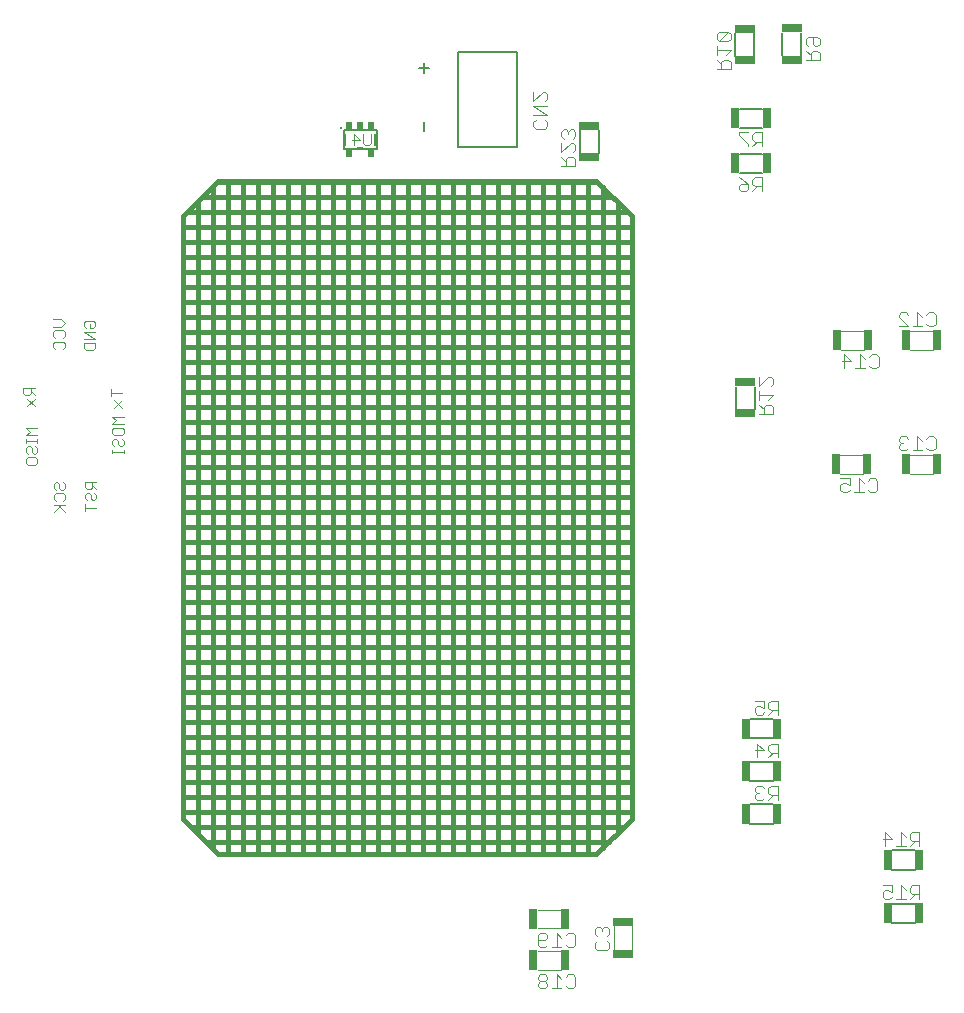
<source format=gbo>
G75*
%MOIN*%
%OFA0B0*%
%FSLAX24Y24*%
%IPPOS*%
%LPD*%
%AMOC8*
5,1,8,0,0,1.08239X$1,22.5*
%
%ADD10C,0.0160*%
%ADD11C,0.0030*%
%ADD12C,0.0040*%
%ADD13R,0.0669X0.0295*%
%ADD14C,0.0060*%
%ADD15R,0.0690X0.0290*%
%ADD16C,0.0080*%
%ADD17C,0.0050*%
%ADD18C,0.0070*%
%ADD19R,0.0197X0.0256*%
%ADD20C,0.0100*%
%ADD21R,0.0290X0.0690*%
%ADD22R,0.0295X0.0669*%
D10*
X006580Y008359D02*
X006580Y029414D01*
X006745Y029580D02*
X020398Y029580D01*
X020580Y029398D02*
X020580Y008375D01*
X020784Y008580D02*
X006359Y008580D01*
X006091Y008847D02*
X006091Y028926D01*
X007272Y030107D01*
X019871Y030107D01*
X021052Y028926D01*
X021052Y008847D01*
X019871Y007666D01*
X007272Y007666D01*
X006091Y008847D01*
X006091Y009080D02*
X021052Y009080D01*
X021052Y009580D02*
X006091Y009580D01*
X006091Y010080D02*
X021052Y010080D01*
X021052Y010580D02*
X006091Y010580D01*
X006091Y011080D02*
X021052Y011080D01*
X021052Y011580D02*
X006091Y011580D01*
X006091Y012080D02*
X021052Y012080D01*
X021052Y012580D02*
X006091Y012580D01*
X006091Y013080D02*
X021052Y013080D01*
X021052Y013580D02*
X006091Y013580D01*
X006091Y014080D02*
X021052Y014080D01*
X021052Y014580D02*
X006091Y014580D01*
X006091Y015080D02*
X021052Y015080D01*
X021052Y015580D02*
X006091Y015580D01*
X006091Y016080D02*
X021052Y016080D01*
X021052Y016580D02*
X006091Y016580D01*
X006091Y017080D02*
X021052Y017080D01*
X021052Y017580D02*
X006091Y017580D01*
X006091Y018080D02*
X021052Y018080D01*
X021052Y018580D02*
X006091Y018580D01*
X006091Y019080D02*
X021052Y019080D01*
X021052Y019580D02*
X006091Y019580D01*
X006091Y020080D02*
X021052Y020080D01*
X021052Y020580D02*
X006091Y020580D01*
X006091Y021080D02*
X021052Y021080D01*
X021052Y021580D02*
X006091Y021580D01*
X006091Y022080D02*
X021052Y022080D01*
X021052Y022580D02*
X006091Y022580D01*
X006091Y023080D02*
X021052Y023080D01*
X021052Y023580D02*
X006091Y023580D01*
X006091Y024080D02*
X021052Y024080D01*
X021052Y024580D02*
X006091Y024580D01*
X006091Y025080D02*
X021052Y025080D01*
X021052Y025580D02*
X006091Y025580D01*
X006091Y026080D02*
X021052Y026080D01*
X021052Y026580D02*
X006091Y026580D01*
X006091Y027080D02*
X021052Y027080D01*
X021052Y027580D02*
X006091Y027580D01*
X006091Y028080D02*
X021052Y028080D01*
X021052Y028580D02*
X006091Y028580D01*
X006245Y029080D02*
X020898Y029080D01*
X020080Y029898D02*
X020080Y007875D01*
X020284Y008080D02*
X006859Y008080D01*
X007080Y007859D02*
X007080Y029914D01*
X007245Y030080D02*
X019898Y030080D01*
X019580Y030107D02*
X019580Y007666D01*
X019080Y007666D02*
X019080Y030107D01*
X018580Y030107D02*
X018580Y007666D01*
X018080Y007666D02*
X018080Y030107D01*
X017580Y030107D02*
X017580Y007666D01*
X017080Y007666D02*
X017080Y030107D01*
X016580Y030107D02*
X016580Y007666D01*
X016080Y007666D02*
X016080Y030107D01*
X015580Y030107D02*
X015580Y007666D01*
X015080Y007666D02*
X015080Y030107D01*
X014580Y030107D02*
X014580Y007666D01*
X014080Y007666D02*
X014080Y030107D01*
X013580Y030107D02*
X013580Y007666D01*
X013080Y007666D02*
X013080Y030107D01*
X012580Y030107D02*
X012580Y007666D01*
X012080Y007666D02*
X012080Y030107D01*
X011580Y030107D02*
X011580Y007666D01*
X011080Y007666D02*
X011080Y030107D01*
X010580Y030107D02*
X010580Y007666D01*
X010080Y007666D02*
X010080Y030107D01*
X009580Y030107D02*
X009580Y007666D01*
X009080Y007666D02*
X009080Y030107D01*
X008580Y030107D02*
X008580Y007666D01*
X008080Y007666D02*
X008080Y030107D01*
X007580Y030107D02*
X007580Y007666D01*
D11*
X003196Y019216D02*
X002826Y019216D01*
X002826Y019339D02*
X002826Y019093D01*
X002887Y019461D02*
X002826Y019523D01*
X002826Y019646D01*
X002887Y019708D01*
X002949Y019708D01*
X003011Y019646D01*
X003011Y019523D01*
X003073Y019461D01*
X003134Y019461D01*
X003196Y019523D01*
X003196Y019646D01*
X003134Y019708D01*
X003196Y019829D02*
X003073Y019953D01*
X003073Y019891D02*
X003073Y020076D01*
X003196Y020076D02*
X002826Y020076D01*
X002826Y019891D01*
X002887Y019829D01*
X003011Y019829D01*
X003073Y019891D01*
X003739Y021022D02*
X003739Y021146D01*
X003739Y021084D02*
X004109Y021084D01*
X004109Y021146D02*
X004109Y021022D01*
X004048Y021267D02*
X004109Y021329D01*
X004109Y021452D01*
X004048Y021514D01*
X004048Y021636D02*
X003801Y021636D01*
X003739Y021697D01*
X003739Y021821D01*
X003801Y021882D01*
X004048Y021882D01*
X004109Y021821D01*
X004109Y021697D01*
X004048Y021636D01*
X003924Y021452D02*
X003924Y021329D01*
X003986Y021267D01*
X004048Y021267D01*
X003924Y021452D02*
X003863Y021514D01*
X003801Y021514D01*
X003739Y021452D01*
X003739Y021329D01*
X003801Y021267D01*
X003739Y022004D02*
X004109Y022004D01*
X004109Y022251D02*
X003739Y022251D01*
X003863Y022127D01*
X003739Y022004D01*
X003801Y022552D02*
X004048Y022799D01*
X004048Y023044D02*
X003678Y023044D01*
X003678Y023167D02*
X003678Y022921D01*
X003801Y022799D02*
X004048Y022552D01*
X003108Y024464D02*
X002861Y024464D01*
X002799Y024526D01*
X002799Y024711D01*
X003169Y024711D01*
X003169Y024526D01*
X003108Y024464D01*
X003169Y024833D02*
X002799Y024833D01*
X002799Y025079D02*
X003169Y024833D01*
X003169Y025079D02*
X002799Y025079D01*
X002861Y025201D02*
X002799Y025263D01*
X002799Y025386D01*
X002861Y025448D01*
X003108Y025448D01*
X003169Y025386D01*
X003169Y025263D01*
X003108Y025201D01*
X002984Y025201D01*
X002984Y025324D01*
X002142Y025364D02*
X002019Y025240D01*
X001772Y025240D01*
X001834Y025119D02*
X002081Y025119D01*
X002142Y025057D01*
X002142Y024934D01*
X002081Y024872D01*
X002081Y024750D02*
X002142Y024689D01*
X002142Y024565D01*
X002081Y024504D01*
X002081Y024750D02*
X001834Y024750D01*
X001772Y024689D01*
X001772Y024565D01*
X001834Y024504D01*
X001834Y024872D02*
X001772Y024934D01*
X001772Y025057D01*
X001834Y025119D01*
X001772Y025487D02*
X002019Y025487D01*
X002142Y025364D01*
X001142Y023216D02*
X000772Y023216D01*
X000772Y023031D01*
X000834Y022969D01*
X000957Y022969D01*
X001019Y023031D01*
X001019Y023216D01*
X001019Y023093D02*
X001142Y022969D01*
X001142Y022848D02*
X000896Y022601D01*
X001142Y022601D02*
X000896Y022848D01*
X000865Y021870D02*
X000989Y021746D01*
X000865Y021623D01*
X001235Y021623D01*
X001235Y021501D02*
X001235Y021378D01*
X001235Y021440D02*
X000865Y021440D01*
X000865Y021501D02*
X000865Y021378D01*
X000927Y021256D02*
X000989Y021256D01*
X001050Y021194D01*
X001050Y021071D01*
X001112Y021009D01*
X001174Y021009D01*
X001235Y021071D01*
X001235Y021194D01*
X001174Y021256D01*
X000927Y021256D02*
X000865Y021194D01*
X000865Y021071D01*
X000927Y021009D01*
X000927Y020888D02*
X001174Y020888D01*
X001235Y020826D01*
X001235Y020702D01*
X001174Y020641D01*
X000927Y020641D01*
X000865Y020702D01*
X000865Y020826D01*
X000927Y020888D01*
X000865Y021870D02*
X001235Y021870D01*
X001845Y020054D02*
X001907Y020054D01*
X001968Y019992D01*
X001968Y019869D01*
X002030Y019807D01*
X002092Y019807D01*
X002154Y019869D01*
X002154Y019992D01*
X002092Y020054D01*
X001845Y020054D02*
X001783Y019992D01*
X001783Y019869D01*
X001845Y019807D01*
X001845Y019686D02*
X002092Y019686D01*
X002154Y019624D01*
X002154Y019501D01*
X002092Y019439D01*
X002154Y019317D02*
X001783Y019317D01*
X001845Y019439D02*
X001783Y019501D01*
X001783Y019624D01*
X001845Y019686D01*
X002030Y019317D02*
X001783Y019071D01*
X001968Y019256D02*
X002154Y019071D01*
X011797Y031300D02*
X011797Y031670D01*
X011982Y031485D01*
X011735Y031485D01*
X012103Y031362D02*
X012103Y031670D01*
X012350Y031670D02*
X012350Y031362D01*
X012288Y031300D01*
X012165Y031300D01*
X012103Y031362D01*
D12*
X017769Y031920D02*
X017769Y032074D01*
X017846Y032151D01*
X017769Y032304D02*
X018229Y032304D01*
X017769Y032611D01*
X018229Y032611D01*
X018152Y032764D02*
X018229Y032841D01*
X018229Y032995D01*
X018152Y033071D01*
X018076Y033071D01*
X017769Y032764D01*
X017769Y033071D01*
X018152Y032151D02*
X018229Y032074D01*
X018229Y031920D01*
X018152Y031844D01*
X017846Y031844D01*
X017769Y031920D01*
X018705Y031746D02*
X018705Y031593D01*
X018781Y031516D01*
X018705Y031362D02*
X018705Y031056D01*
X019012Y031362D01*
X019088Y031362D01*
X019165Y031286D01*
X019165Y031132D01*
X019088Y031056D01*
X019088Y030902D02*
X018935Y030902D01*
X018858Y030825D01*
X018858Y030595D01*
X018705Y030595D02*
X019165Y030595D01*
X019165Y030825D01*
X019088Y030902D01*
X018858Y030749D02*
X018705Y030902D01*
X019088Y031516D02*
X019165Y031593D01*
X019165Y031746D01*
X019088Y031823D01*
X019012Y031823D01*
X018935Y031746D01*
X018858Y031823D01*
X018781Y031823D01*
X018705Y031746D01*
X018935Y031746D02*
X018935Y031669D01*
X023882Y033839D02*
X024342Y033839D01*
X024342Y034069D01*
X024265Y034146D01*
X024112Y034146D01*
X024035Y034069D01*
X024035Y033839D01*
X024035Y033993D02*
X023882Y034146D01*
X023882Y034300D02*
X023882Y034607D01*
X023882Y034453D02*
X024342Y034453D01*
X024189Y034300D01*
X024265Y034760D02*
X023959Y034760D01*
X024265Y035067D01*
X023959Y035067D01*
X023882Y034990D01*
X023882Y034837D01*
X023959Y034760D01*
X024265Y034760D02*
X024342Y034837D01*
X024342Y034990D01*
X024265Y035067D01*
X026857Y034827D02*
X026933Y034903D01*
X027240Y034903D01*
X027317Y034827D01*
X027317Y034673D01*
X027240Y034597D01*
X027164Y034597D01*
X027087Y034673D01*
X027087Y034903D01*
X026857Y034827D02*
X026857Y034673D01*
X026933Y034597D01*
X026857Y034443D02*
X027010Y034290D01*
X027010Y034366D02*
X027010Y034136D01*
X026857Y034136D02*
X027317Y034136D01*
X027317Y034366D01*
X027240Y034443D01*
X027087Y034443D01*
X027010Y034366D01*
X025379Y031724D02*
X025149Y031724D01*
X025072Y031647D01*
X025072Y031494D01*
X025149Y031417D01*
X025379Y031417D01*
X025379Y031264D02*
X025379Y031724D01*
X025226Y031417D02*
X025072Y031264D01*
X024919Y031264D02*
X024919Y031340D01*
X024612Y031647D01*
X024612Y031724D01*
X024919Y031724D01*
X025149Y030228D02*
X025072Y030151D01*
X025072Y029998D01*
X025149Y029921D01*
X025379Y029921D01*
X025226Y029921D02*
X025072Y029768D01*
X024919Y029844D02*
X024919Y029998D01*
X024689Y029998D01*
X024612Y029921D01*
X024612Y029844D01*
X024689Y029768D01*
X024842Y029768D01*
X024919Y029844D01*
X024919Y029998D02*
X024765Y030151D01*
X024612Y030228D01*
X025149Y030228D02*
X025379Y030228D01*
X025379Y029768D01*
X028034Y025102D02*
X028794Y025102D01*
X028794Y024482D02*
X028034Y024482D01*
X028124Y024323D02*
X028355Y024092D01*
X028048Y024092D01*
X028124Y023862D02*
X028124Y024323D01*
X028661Y024323D02*
X028661Y023862D01*
X028508Y023862D02*
X028815Y023862D01*
X028968Y023939D02*
X029045Y023862D01*
X029199Y023862D01*
X029275Y023939D01*
X029275Y024246D01*
X029199Y024323D01*
X029045Y024323D01*
X028968Y024246D01*
X028815Y024169D02*
X028661Y024323D01*
X029950Y025262D02*
X030257Y025262D01*
X029950Y025569D01*
X029950Y025646D01*
X030027Y025723D01*
X030180Y025723D01*
X030257Y025646D01*
X030564Y025723D02*
X030564Y025262D01*
X030717Y025262D02*
X030410Y025262D01*
X030318Y025102D02*
X031078Y025102D01*
X031101Y025262D02*
X030947Y025262D01*
X030871Y025339D01*
X031101Y025262D02*
X031178Y025339D01*
X031178Y025646D01*
X031101Y025723D01*
X030947Y025723D01*
X030871Y025646D01*
X030717Y025569D02*
X030564Y025723D01*
X030318Y024482D02*
X031078Y024482D01*
X031101Y021589D02*
X031178Y021512D01*
X031178Y021205D01*
X031101Y021128D01*
X030947Y021128D01*
X030871Y021205D01*
X030717Y021128D02*
X030410Y021128D01*
X030564Y021128D02*
X030564Y021589D01*
X030717Y021435D01*
X030871Y021512D02*
X030947Y021589D01*
X031101Y021589D01*
X031078Y020968D02*
X030318Y020968D01*
X030180Y021128D02*
X030257Y021205D01*
X030180Y021128D02*
X030027Y021128D01*
X029950Y021205D01*
X029950Y021282D01*
X030027Y021358D01*
X030103Y021358D01*
X030027Y021358D02*
X029950Y021435D01*
X029950Y021512D01*
X030027Y021589D01*
X030180Y021589D01*
X030257Y021512D01*
X030318Y020348D02*
X031078Y020348D01*
X029236Y020112D02*
X029236Y019805D01*
X029159Y019728D01*
X029006Y019728D01*
X028929Y019805D01*
X028776Y019728D02*
X028469Y019728D01*
X028622Y019728D02*
X028622Y020189D01*
X028776Y020035D01*
X028929Y020112D02*
X029006Y020189D01*
X029159Y020189D01*
X029236Y020112D01*
X028755Y020348D02*
X027995Y020348D01*
X028008Y020189D02*
X028315Y020189D01*
X028315Y019958D01*
X028162Y020035D01*
X028085Y020035D01*
X028008Y019958D01*
X028008Y019805D01*
X028085Y019728D01*
X028238Y019728D01*
X028315Y019805D01*
X027995Y020968D02*
X028755Y020968D01*
X025762Y022345D02*
X025762Y022575D01*
X025685Y022652D01*
X025532Y022652D01*
X025455Y022575D01*
X025455Y022345D01*
X025455Y022498D02*
X025301Y022652D01*
X025301Y022805D02*
X025301Y023112D01*
X025301Y022959D02*
X025762Y022959D01*
X025608Y022805D01*
X025685Y023266D02*
X025762Y023342D01*
X025762Y023496D01*
X025685Y023573D01*
X025608Y023573D01*
X025301Y023266D01*
X025301Y023573D01*
X025301Y022345D02*
X025762Y022345D01*
X025682Y012770D02*
X025606Y012693D01*
X025606Y012540D01*
X025682Y012463D01*
X025913Y012463D01*
X025913Y012309D02*
X025913Y012770D01*
X025682Y012770D01*
X025452Y012770D02*
X025452Y012540D01*
X025299Y012616D01*
X025222Y012616D01*
X025145Y012540D01*
X025145Y012386D01*
X025222Y012309D01*
X025376Y012309D01*
X025452Y012386D01*
X025606Y012309D02*
X025759Y012463D01*
X025452Y012770D02*
X025145Y012770D01*
X025222Y011352D02*
X025452Y011122D01*
X025145Y011122D01*
X025222Y010892D02*
X025222Y011352D01*
X025606Y011276D02*
X025606Y011122D01*
X025682Y011046D01*
X025913Y011046D01*
X025759Y011046D02*
X025606Y010892D01*
X025913Y010892D02*
X025913Y011352D01*
X025682Y011352D01*
X025606Y011276D01*
X025682Y009935D02*
X025606Y009858D01*
X025606Y009705D01*
X025682Y009628D01*
X025913Y009628D01*
X025913Y009475D02*
X025913Y009935D01*
X025682Y009935D01*
X025452Y009858D02*
X025376Y009935D01*
X025222Y009935D01*
X025145Y009858D01*
X025145Y009782D01*
X025222Y009705D01*
X025145Y009628D01*
X025145Y009551D01*
X025222Y009475D01*
X025376Y009475D01*
X025452Y009551D01*
X025606Y009475D02*
X025759Y009628D01*
X025299Y009705D02*
X025222Y009705D01*
X029486Y008400D02*
X029486Y007939D01*
X029409Y008169D02*
X029716Y008169D01*
X029486Y008400D01*
X030023Y008400D02*
X030023Y007939D01*
X029870Y007939D02*
X030177Y007939D01*
X030330Y007939D02*
X030484Y008093D01*
X030407Y008093D02*
X030637Y008093D01*
X030637Y007939D02*
X030637Y008400D01*
X030407Y008400D01*
X030330Y008323D01*
X030330Y008169D01*
X030407Y008093D01*
X030177Y008246D02*
X030023Y008400D01*
X030023Y006628D02*
X030023Y006168D01*
X029870Y006168D02*
X030177Y006168D01*
X030330Y006168D02*
X030484Y006321D01*
X030407Y006321D02*
X030637Y006321D01*
X030637Y006168D02*
X030637Y006628D01*
X030407Y006628D01*
X030330Y006551D01*
X030330Y006398D01*
X030407Y006321D01*
X030177Y006475D02*
X030023Y006628D01*
X029716Y006628D02*
X029716Y006398D01*
X029563Y006475D01*
X029486Y006475D01*
X029409Y006398D01*
X029409Y006244D01*
X029486Y006168D01*
X029640Y006168D01*
X029716Y006244D01*
X029716Y006628D02*
X029409Y006628D01*
X021067Y005255D02*
X021067Y004495D01*
X020447Y004495D02*
X020447Y005255D01*
X020287Y005165D02*
X020210Y005241D01*
X020134Y005241D01*
X020057Y005165D01*
X019980Y005241D01*
X019903Y005241D01*
X019827Y005165D01*
X019827Y005011D01*
X019903Y004934D01*
X019903Y004781D02*
X019827Y004704D01*
X019827Y004551D01*
X019903Y004474D01*
X020210Y004474D01*
X020287Y004551D01*
X020287Y004704D01*
X020210Y004781D01*
X020210Y004934D02*
X020287Y005011D01*
X020287Y005165D01*
X020057Y005165D02*
X020057Y005088D01*
X019157Y004954D02*
X019157Y004648D01*
X019081Y004571D01*
X018927Y004571D01*
X018850Y004648D01*
X018697Y004571D02*
X018390Y004571D01*
X018543Y004571D02*
X018543Y005031D01*
X018697Y004878D01*
X018850Y004954D02*
X018927Y005031D01*
X019081Y005031D01*
X019157Y004954D01*
X018676Y005191D02*
X017916Y005191D01*
X018006Y005031D02*
X018160Y005031D01*
X018236Y004954D01*
X018236Y004878D01*
X018160Y004801D01*
X017930Y004801D01*
X017930Y004648D02*
X017930Y004954D01*
X018006Y005031D01*
X017930Y004648D02*
X018006Y004571D01*
X018160Y004571D01*
X018236Y004648D01*
X017916Y004433D02*
X018676Y004433D01*
X018676Y003813D02*
X017916Y003813D01*
X018006Y003653D02*
X017930Y003576D01*
X017930Y003500D01*
X018006Y003423D01*
X018160Y003423D01*
X018236Y003500D01*
X018236Y003576D01*
X018160Y003653D01*
X018006Y003653D01*
X018006Y003423D02*
X017930Y003346D01*
X017930Y003270D01*
X018006Y003193D01*
X018160Y003193D01*
X018236Y003270D01*
X018236Y003346D01*
X018160Y003423D01*
X018390Y003193D02*
X018697Y003193D01*
X018543Y003193D02*
X018543Y003653D01*
X018697Y003500D01*
X018850Y003576D02*
X018927Y003653D01*
X019081Y003653D01*
X019157Y003576D01*
X019157Y003270D01*
X019081Y003193D01*
X018927Y003193D01*
X018850Y003270D01*
X018676Y005811D02*
X017916Y005811D01*
D13*
X020757Y005397D03*
X020756Y004352D03*
D14*
X025008Y008685D02*
X025763Y008685D01*
X025763Y009325D02*
X025008Y009325D01*
X025008Y010102D02*
X025763Y010102D01*
X025763Y010742D02*
X025008Y010742D01*
X025008Y011519D02*
X025763Y011519D01*
X025763Y012159D02*
X025008Y012159D01*
X029732Y007789D02*
X030487Y007789D01*
X030487Y007149D02*
X029732Y007149D01*
X029732Y006018D02*
X030487Y006018D01*
X030487Y005378D02*
X029732Y005378D01*
X025151Y022495D02*
X025151Y023250D01*
X024511Y023250D02*
X024511Y022495D01*
X024648Y030378D02*
X025403Y030378D01*
X025403Y031018D02*
X024648Y031018D01*
X024648Y031874D02*
X025403Y031874D01*
X025403Y032514D02*
X024648Y032514D01*
X024492Y034275D02*
X024492Y035030D01*
X025132Y035030D02*
X025132Y034275D01*
X026067Y034286D02*
X026067Y035041D01*
X026707Y035041D02*
X026707Y034286D01*
X019955Y031786D02*
X019955Y031031D01*
X019315Y031031D02*
X019315Y031786D01*
X012548Y031800D02*
X012548Y031170D01*
X011446Y031170D01*
X011446Y031800D01*
X012548Y031800D01*
D15*
X019635Y031926D03*
X019635Y030886D03*
X024812Y034130D03*
X024812Y035170D03*
X026387Y035186D03*
X026387Y034146D03*
X024831Y023395D03*
X024831Y022355D03*
D16*
X017233Y031249D02*
X015265Y031249D01*
X015265Y034398D01*
X017233Y034398D01*
X017233Y031249D01*
X012497Y031316D02*
X012497Y031654D01*
X012103Y031206D02*
X011891Y031206D01*
X011497Y031316D02*
X011497Y031654D01*
D17*
X015265Y031249D02*
X016052Y031249D01*
X015265Y031249D02*
X015265Y032135D01*
X015265Y033513D02*
X015265Y034398D01*
X016052Y034398D01*
X017233Y033709D02*
X017233Y031938D01*
D18*
X014293Y033875D02*
X013966Y033875D01*
X014129Y034038D02*
X014129Y033711D01*
X014129Y032080D02*
X014129Y031753D01*
D19*
X012371Y031948D03*
X011997Y031948D03*
X011623Y031948D03*
X011623Y031022D03*
X012371Y031022D03*
D20*
X011367Y031885D03*
D21*
X024508Y032194D03*
X025548Y032194D03*
X025548Y030698D03*
X024508Y030698D03*
X024863Y011839D03*
X025903Y011839D03*
X025903Y010422D03*
X024863Y010422D03*
X024863Y009005D03*
X025903Y009005D03*
X029587Y007469D03*
X030627Y007469D03*
X030627Y005698D03*
X029587Y005698D03*
D22*
X018818Y005500D03*
X017774Y005501D03*
X017774Y004123D03*
X018818Y004122D03*
X027852Y020659D03*
X028897Y020658D03*
X030175Y020659D03*
X031220Y020658D03*
X031220Y024792D03*
X030175Y024792D03*
X028937Y024792D03*
X027892Y024792D03*
M02*

</source>
